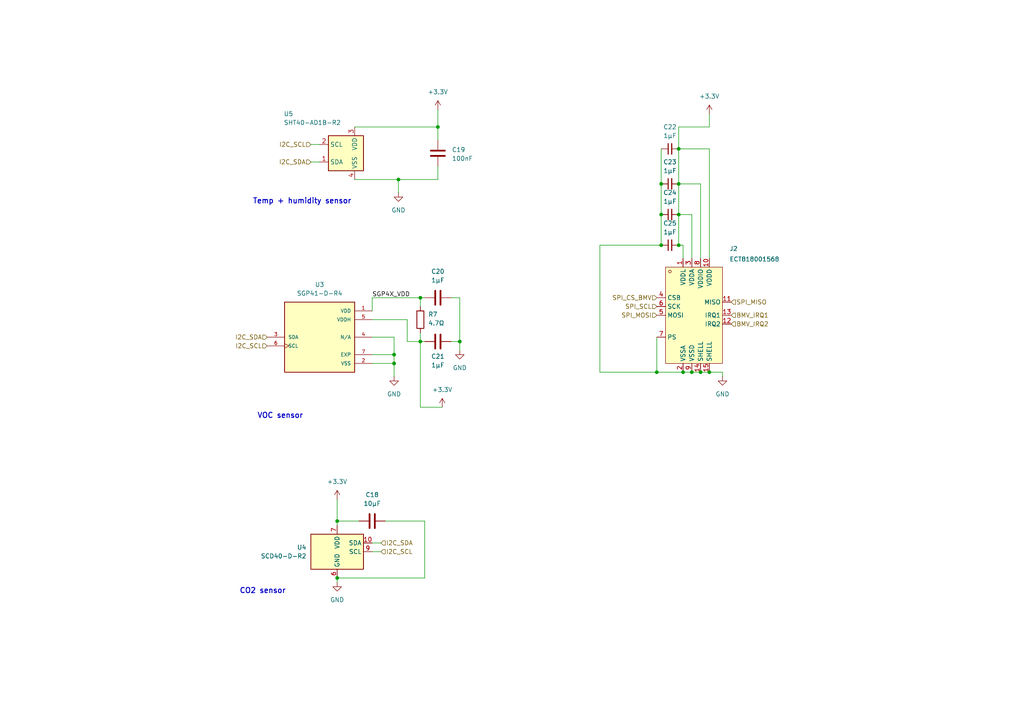
<source format=kicad_sch>
(kicad_sch (version 20231120) (generator "eeschema") (generator_version "8.0")
  (paper "A4")
  (lib_symbols
    (symbol "Babldev:SGP41-D-R4" (pin_names (offset 1.016))
      (property "Reference" "U" (at -10.16 10.922 0))
      (property "Value" "SGP41-D-R4" (at -10.16 -10.922 0))
      (symbol "SGP41-D-R4_0_0"
        (rectangle (start -10.16 -10.16) (end 10.16 10.16) (stroke (width 0.254)) (fill (type background)))
        (pin power_in line (at 15.24 7.62 180) (length 5.08) (name "VDD") (number "1"))
        (pin power_in line (at 15.24 -7.62 180) (length 5.08) (name "VSS") (number "2"))
        (pin bidirectional line (at -15.24 0 0) (length 5.08) (name "SDA") (number "3"))
        (pin passive line (at 15.24 0 180) (length 5.08) (name "N/A") (number "4"))
        (pin power_in line (at 15.24 5.08 180) (length 5.08) (name "VDDH") (number "5"))
        (pin bidirectional clock (at -15.24 -2.54 0) (length 5.08) (name "SCL") (number "6"))
        (pin power_in line (at 15.24 -5.08 180) (length 5.08) (name "EXP") (number "7"))
      )
    )
    (symbol "Device:C" (pin_numbers hide) (pin_names (offset 0.254))
      (property "Reference" "C" (at 0.635 2.54 0))
      (property "Value" "C" (at 0.635 -2.54 0))
      (symbol "C_0_1"
        (polyline (pts (xy -2.032 -0.762) (xy 2.032 -0.762)) (stroke (width 0.508)))
        (polyline (pts (xy -2.032 0.762) (xy 2.032 0.762)) (stroke (width 0.508)))
      )
      (symbol "C_1_1"
        (pin passive line (at 0 3.81 270) (length 2.794) (name "~") (number "1"))
        (pin passive line (at 0 -3.81 90) (length 2.794) (name "~") (number "2"))
      )
    )
    (symbol "Device:C_Small" (pin_numbers hide) (pin_names (offset 0.254) hide)
      (property "Reference" "C" (at 0.254 1.778 0))
      (property "Value" "C_Small" (at 0.254 -2.032 0))
      (symbol "C_Small_0_1"
        (polyline (pts (xy -1.524 -0.508) (xy 1.524 -0.508)) (stroke (width 0.3302)))
        (polyline (pts (xy -1.524 0.508) (xy 1.524 0.508)) (stroke (width 0.3048)))
      )
      (symbol "C_Small_1_1"
        (pin passive line (at 0 2.54 270) (length 2.032) (name "~") (number "1"))
        (pin passive line (at 0 -2.54 90) (length 2.032) (name "~") (number "2"))
      )
    )
    (symbol "Device:R" (pin_numbers hide) (pin_names (offset 0))
      (property "Reference" "R" (at 2.032 0 90))
      (property "Value" "R" (at 0 0 90))
      (symbol "R_0_1"
        (rectangle (start -1.016 -2.54) (end 1.016 2.54) (stroke (width 0.254)))
      )
      (symbol "R_1_1"
        (pin passive line (at 0 3.81 270) (length 1.27) (name "~") (number "1"))
        (pin passive line (at 0 -3.81 90) (length 1.27) (name "~") (number "2"))
      )
    )
    (symbol "EasyEDA2Kicad:ECT818001568"
      (property "Reference" "FPC1" (at 0.254 18.288 0))
      (property "Value" "ECT818001568" (at 9.652 16.256 0))
      (symbol "ECT818001568_0_1"
        (rectangle (start -8.89 13.97) (end 7.62 -13.97) (fill (type background)))
        (circle (center -7.62 12.7) (radius 0.38))
        (pin power_in line (at -3.81 16.51 270) (length 2.54) (name "VDDL") (number "1"))
        (pin power_in line (at 3.81 16.51 270) (length 2.54) (name "VDDD") (number "10"))
        (pin output line (at 10.16 3.81 180) (length 2.54) (name "MISO") (number "11"))
        (pin output line (at 10.16 -2.54 180) (length 2.54) (name "IRQ2") (number "12"))
        (pin output line (at 10.16 0 180) (length 2.54) (name "IRQ1") (number "13"))
        (pin passive line (at 1.27 -16.51 90) (length 2.54) (name "SHELL") (number "14"))
        (pin passive line (at 3.81 -16.51 90) (length 2.54) (name "SHELL") (number "15"))
        (pin power_in line (at -3.81 -16.51 90) (length 2.54) (name "VSSA") (number "2"))
        (pin power_in line (at -1.27 16.51 270) (length 2.54) (name "VDDA") (number "3"))
        (pin input line (at -11.43 5.08 0) (length 2.54) (name "CSB") (number "4"))
        (pin input line (at -11.43 0 0) (length 2.54) (name "MOSI") (number "5"))
        (pin input line (at -11.43 2.54 0) (length 2.54) (name "SCK") (number "6"))
        (pin input line (at -11.43 -6.35 0) (length 2.54) (name "PS") (number "7"))
        (pin power_in line (at 1.27 16.51 270) (length 2.54) (name "VDDIO") (number "8"))
        (pin power_in line (at -1.27 -16.51 90) (length 2.54) (name "VSSD") (number "9"))
      )
    )
    (symbol "Sensor_Gas:SCD40-D-R2"
      (property "Reference" "U" (at -7.62 6.35 0))
      (property "Value" "SCD40-D-R2" (at 6.985 6.35 0))
      (symbol "SCD40-D-R2_0_1"
        (rectangle (start 7.62 5.08) (end -7.62 -5.08) (stroke (width 0.254)) (fill (type background)))
      )
      (symbol "SCD40-D-R2_1_1"
        (pin bidirectional line (at 10.16 2.54 180) (length 2.54) (name "SDA") (number "10"))
        (pin passive line (at 0 7.62 270) (length 2.54) hide (name "VDD") (number "19"))
        (pin passive line (at 0 -7.62 90) (length 2.54) hide (name "GND") (number "20"))
        (pin passive line (at 0 -7.62 90) (length 2.54) hide (name "GND") (number "21"))
        (pin power_in line (at 0 -7.62 90) (length 2.54) (name "GND") (number "6"))
        (pin power_in line (at 0 7.62 270) (length 2.54) (name "VDD") (number "7"))
        (pin input line (at 10.16 0 180) (length 2.54) (name "SCL") (number "9"))
      )
    )
    (symbol "Sensor_Humidity:SHT4x"
      (property "Reference" "U" (at 0 8.89 0))
      (property "Value" "SHT4x" (at 0 6.35 0))
      (symbol "SHT4x_1_1"
        (rectangle (start -5.08 5.08) (end 5.08 -5.08) (stroke (width 0.254)) (fill (type background)))
        (pin bidirectional line (at -7.62 -2.54 0) (length 2.54) (name "SDA") (number "1"))
        (pin input line (at -7.62 2.54 0) (length 2.54) (name "SCL") (number "2"))
        (pin power_in line (at 2.54 7.62 270) (length 2.54) (name "VDD") (number "3"))
        (pin power_in line (at 2.54 -7.62 90) (length 2.54) (name "VSS") (number "4"))
      )
    )
    (symbol "power:+3.3V" (power) (pin_numbers hide) (pin_names (offset 0) hide)
      (property "Value" "+3.3V" (at 0 3.556 0))
      (symbol "+3.3V_0_1"
        (polyline (pts (xy -0.762 1.27) (xy 0 2.54)))
        (polyline (pts (xy 0 0) (xy 0 2.54)))
        (polyline (pts (xy 0 2.54) (xy 0.762 1.27)))
      )
      (symbol "+3.3V_1_1"
        (pin power_in line (at 0 0 90) (length 0) (name "~") (number "1"))
      )
    )
    (symbol "power:GND" (power) (pin_numbers hide) (pin_names (offset 0) hide)
      (property "Value" "GND" (at 0 -3.81 0))
      (symbol "GND_0_1"
        (polyline (pts (xy 0 0) (xy 0 -1.27) (xy 1.27 -1.27) (xy 0 -2.54) (xy -1.27 -1.27) (xy 0 -1.27)))
      )
      (symbol "GND_1_1"
        (pin power_in line (at 0 0 270) (length 0) (name "~") (number "1"))
      )
    )
  )
  (junction (at 115.57 52.07))
  (junction (at 97.79 151.13))
  (junction (at 114.3 102.87))
  (junction (at 196.85 43.18))
  (junction (at 121.92 86.36))
  (junction (at 203.2 107.95))
  (junction (at 196.85 71.12))
  (junction (at 97.79 167.64))
  (junction (at 121.92 99.06))
  (junction (at 191.77 53.34))
  (junction (at 205.74 107.95))
  (junction (at 133.35 99.06))
  (junction (at 198.12 107.95))
  (junction (at 114.3 105.41))
  (junction (at 191.77 62.23))
  (junction (at 200.66 107.95))
  (junction (at 191.77 71.12))
  (junction (at 190.5 107.95))
  (junction (at 196.85 62.23))
  (junction (at 196.85 53.34))
  (junction (at 127 36.83))
  (wire (pts (xy 191.77 43.18) (xy 191.77 53.34)))
  (wire (pts (xy 110.49 157.48) (xy 107.95 157.48)))
  (wire (pts (xy 133.35 99.06) (xy 133.35 101.6)))
  (wire (pts (xy 133.35 86.36) (xy 133.35 99.06)))
  (wire (pts (xy 97.79 151.13) (xy 104.14 151.13)))
  (wire (pts (xy 173.99 107.95) (xy 190.5 107.95)))
  (wire (pts (xy 115.57 52.07) (xy 127 52.07)))
  (wire (pts (xy 191.77 71.12) (xy 173.99 71.12)))
  (wire (pts (xy 97.79 144.78) (xy 97.79 151.13)))
  (wire (pts (xy 107.95 105.41) (xy 114.3 105.41)))
  (wire (pts (xy 203.2 107.95) (xy 205.74 107.95)))
  (wire (pts (xy 111.76 151.13) (xy 123.19 151.13)))
  (wire (pts (xy 205.74 33.02) (xy 205.74 36.83)))
  (wire (pts (xy 114.3 105.41) (xy 114.3 109.22)))
  (wire (pts (xy 107.95 92.71) (xy 118.11 92.71)))
  (wire (pts (xy 123.19 86.36) (xy 121.92 86.36)))
  (wire (pts (xy 196.85 36.83) (xy 205.74 36.83)))
  (wire (pts (xy 203.2 53.34) (xy 203.2 74.93)))
  (wire (pts (xy 205.74 107.95) (xy 209.55 107.95)))
  (wire (pts (xy 200.66 107.95) (xy 203.2 107.95)))
  (wire (pts (xy 121.92 99.06) (xy 121.92 118.11)))
  (wire (pts (xy 127 48.26) (xy 127 52.07)))
  (wire (pts (xy 97.79 168.91) (xy 97.79 167.64)))
  (wire (pts (xy 121.92 96.52) (xy 121.92 99.06)))
  (wire (pts (xy 191.77 53.34) (xy 191.77 62.23)))
  (wire (pts (xy 97.79 151.13) (xy 97.79 152.4)))
  (wire (pts (xy 118.11 99.06) (xy 121.92 99.06)))
  (wire (pts (xy 121.92 86.36) (xy 121.92 88.9)))
  (wire (pts (xy 196.85 43.18) (xy 205.74 43.18)))
  (wire (pts (xy 114.3 97.79) (xy 114.3 102.87)))
  (wire (pts (xy 102.87 36.83) (xy 127 36.83)))
  (wire (pts (xy 130.81 99.06) (xy 133.35 99.06)))
  (wire (pts (xy 190.5 97.79) (xy 190.5 107.95)))
  (wire (pts (xy 90.17 41.91) (xy 92.71 41.91)))
  (wire (pts (xy 196.85 62.23) (xy 196.85 71.12)))
  (wire (pts (xy 107.95 97.79) (xy 114.3 97.79)))
  (wire (pts (xy 205.74 43.18) (xy 205.74 74.93)))
  (wire (pts (xy 196.85 53.34) (xy 203.2 53.34)))
  (wire (pts (xy 123.19 151.13) (xy 123.19 167.64)))
  (wire (pts (xy 107.95 102.87) (xy 114.3 102.87)))
  (wire (pts (xy 196.85 43.18) (xy 196.85 36.83)))
  (wire (pts (xy 107.95 90.17) (xy 107.95 86.36)))
  (wire (pts (xy 127 36.83) (xy 127 40.64)))
  (wire (pts (xy 123.19 99.06) (xy 121.92 99.06)))
  (wire (pts (xy 90.17 46.99) (xy 92.71 46.99)))
  (wire (pts (xy 196.85 71.12) (xy 198.12 71.12)))
  (wire (pts (xy 121.92 118.11) (xy 128.27 118.11)))
  (wire (pts (xy 97.79 167.64) (xy 123.19 167.64)))
  (wire (pts (xy 196.85 43.18) (xy 196.85 53.34)))
  (wire (pts (xy 198.12 107.95) (xy 200.66 107.95)))
  (wire (pts (xy 190.5 107.95) (xy 198.12 107.95)))
  (wire (pts (xy 102.87 52.07) (xy 115.57 52.07)))
  (wire (pts (xy 209.55 107.95) (xy 209.55 109.22)))
  (wire (pts (xy 196.85 53.34) (xy 196.85 62.23)))
  (wire (pts (xy 118.11 99.06) (xy 118.11 92.71)))
  (wire (pts (xy 130.81 86.36) (xy 133.35 86.36)))
  (wire (pts (xy 115.57 55.88) (xy 115.57 52.07)))
  (wire (pts (xy 127 31.75) (xy 127 36.83)))
  (wire (pts (xy 107.95 86.36) (xy 121.92 86.36)))
  (wire (pts (xy 191.77 62.23) (xy 191.77 71.12)))
  (wire (pts (xy 173.99 71.12) (xy 173.99 107.95)))
  (wire (pts (xy 196.85 62.23) (xy 200.66 62.23)))
  (wire (pts (xy 200.66 62.23) (xy 200.66 74.93)))
  (wire (pts (xy 198.12 71.12) (xy 198.12 74.93)))
  (wire (pts (xy 110.49 160.02) (xy 107.95 160.02)))
  (wire (pts (xy 114.3 102.87) (xy 114.3 105.41)))
  (text "VOC sensor" (at 81.28 120.65 0) (effects (font (size 1.524 1.524) (thickness 0.254) (bold yes))))
  (text "Temp + humidity sensor" (at 87.63 58.42 0) (effects (font (size 1.524 1.524) (thickness 0.254) (bold yes))))
  (text "CO2 sensor" (at 76.2 171.45 0) (effects (font (size 1.524 1.524) (thickness 0.254) (bold yes))))
  (label "SGP4X_VDD" (at 107.95 86.36 0))
  (hierarchical_label "I2C_SDA" (shape input) (at 77.47 97.79 180))
  (hierarchical_label "SPI_SCL" (shape input) (at 190.5 88.9 180))
  (hierarchical_label "SPI_CS_BMV" (shape input) (at 190.5 86.36 180))
  (hierarchical_label "I2C_SCL" (shape input) (at 77.47 100.33 180))
  (hierarchical_label "I2C_SCL" (shape input) (at 110.49 160.02 0))
  (hierarchical_label "I2C_SCL" (shape input) (at 90.17 41.91 180))
  (hierarchical_label "BMV_IRQ1" (shape input) (at 212.09 91.44 0))
  (hierarchical_label "I2C_SDA" (shape input) (at 90.17 46.99 180))
  (hierarchical_label "SPI_MISO" (shape input) (at 212.09 87.63 0))
  (hierarchical_label "SPI_MOSI" (shape input) (at 190.5 91.44 180))
  (hierarchical_label "BMV_IRQ2" (shape input) (at 212.09 93.98 0))
  (hierarchical_label "I2C_SDA" (shape input) (at 110.49 157.48 0))
  (symbol (lib_id "Device:C") (at 107.95 151.13 90) (unit 1)
    (property "Reference" "C18" (at 107.95 143.51 90))
    (property "Value" "10µF" (at 107.95 146.05 90))
    (property "Footprint" "Capacitor_SMD:C_0603_1608Metric" (effects (hide yes)))
    (property "Description" "Unpolarized capacitor" (effects (hide yes)))
    (property "JLCPCB Part #" "C96446" (effects (hide yes)))
  )
  (symbol (lib_id "Sensor_Humidity:SHT4x") (at 100.33 44.45 0) (unit 1)
    (property "Reference" "U5" (at 82.296 33.02 0) (effects (justify left)))
    (property "Value" "SHT40-AD1B-R2" (at 82.296 35.56 0) (effects (justify left)))
    (property "Footprint" "Sensor_Humidity:Sensirion_DFN-4_1.5x1.5mm_P0.8mm_SHT4x_NoCentralPad" (effects (hide yes)))
    (property "Datasheet" "https://sensirion.com/media/documents/33FD6951/624C4357/Datasheet_SHT4x.pdf" (effects (hide yes)))
    (property "Description" "Digital Humidity and Temperature Sensor, +/-1%RH, +/-0.1degC, I2C, 1.08-3.6V, 16bit, DFN-4" (effects (hide yes)))
    (property "JLCPCB Part #" "C2909890" (effects (hide yes)))
    (property "I2C Address" "0x44" (effects (hide yes)))
  )
  (symbol (lib_id "power:+3.3V") (at 97.79 144.78 0) (unit 1)
    (property "Reference" "#PWR026" (effects (hide yes)))
    (property "Value" "+3.3V" (at 97.79 139.7 0))
    (property "Description" "Power symbol creates a global label with name \"+3.3V\"" (effects (hide yes)))
  )
  (symbol (lib_id "Device:C_Small") (at 194.31 62.23 90) (unit 1)
    (property "Reference" "C24" (at 194.3163 55.88 90))
    (property "Value" "1µF" (at 194.3163 58.42 90))
    (property "Footprint" "Capacitor_SMD:C_0402_1005Metric" (effects (hide yes)))
    (property "Description" "Unpolarized capacitor, small symbol" (effects (hide yes)))
    (property "JLCPCB Part #" "C52923" (effects (hide yes)))
  )
  (symbol (lib_id "Device:C") (at 127 44.45 180) (unit 1)
    (property "Reference" "C19" (at 131.064 43.434 0) (effects (justify right)))
    (property "Value" "100nF" (at 131.064 45.974 0) (effects (justify right)))
    (property "Footprint" "Capacitor_SMD:C_0402_1005Metric" (effects (hide yes)))
    (property "Description" "Unpolarized capacitor" (effects (hide yes)))
    (property "JLCPCB Part #" "C1525" (effects (hide yes)))
  )
  (symbol (lib_id "power:+3.3V") (at 205.74 33.02 0) (unit 1)
    (property "Reference" "#PWR033" (effects (hide yes)))
    (property "Value" "+3.3V" (at 205.74 27.94 0))
    (property "Description" "Power symbol creates a global label with name \"+3.3V\"" (effects (hide yes)))
  )
  (symbol (lib_id "power:GND") (at 114.3 109.22 0) (unit 1)
    (property "Reference" "#PWR028" (effects (hide yes)))
    (property "Value" "GND" (at 114.3 114.3 0))
    (property "Description" "Power symbol creates a global label with name \"GND\" , ground" (effects (hide yes)))
  )
  (symbol (lib_id "power:+3.3V") (at 127 31.75 0) (unit 1)
    (property "Reference" "#PWR030" (effects (hide yes)))
    (property "Value" "+3.3V" (at 127 26.67 0))
    (property "Description" "Power symbol creates a global label with name \"+3.3V\"" (effects (hide yes)))
  )
  (symbol (lib_id "power:+3.3V") (at 128.27 118.11 0) (unit 1)
    (property "Reference" "#PWR031" (effects (hide yes)))
    (property "Value" "+3.3V" (at 128.27 113.03 0))
    (property "Description" "Power symbol creates a global label with name \"+3.3V\"" (effects (hide yes)))
  )
  (symbol (lib_id "EasyEDA2Kicad:ECT818001568") (at 201.93 91.44 0) (unit 1)
    (property "Reference" "J2" (at 211.582 72.136 0) (effects (justify left)))
    (property "Value" "ECT818001568" (at 211.582 75.184 0) (effects (justify left)))
    (property "Footprint" "EasyEDA2Kicad:FPC-SMD_ECT818001568" (effects (hide yes)))
    (property "Datasheet" "https://lcsc.com/product-detail/FFC-FPC-Connectors_ECT-ECT818001568_C711417.html" (effects (hide yes)))
    (property "LCSC Part" "C711417" (effects (hide yes)))
    (property "JLCPCB Part #" "C711417" (effects (hide yes)))
  )
  (symbol (lib_id "Device:C") (at 127 86.36 90) (unit 1)
    (property "Reference" "C20" (at 127 78.74 90))
    (property "Value" "1µF" (at 127 81.28 90))
    (property "Footprint" "Capacitor_SMD:C_0402_1005Metric" (effects (hide yes)))
    (property "Description" "Unpolarized capacitor" (effects (hide yes)))
    (property "JLCPCB Part #" "C52923" (effects (hide yes)))
  )
  (symbol (lib_id "Device:C_Small") (at 194.31 71.12 90) (unit 1)
    (property "Reference" "C25" (at 194.3163 64.77 90))
    (property "Value" "1µF" (at 194.3163 67.31 90))
    (property "Footprint" "Capacitor_SMD:C_0402_1005Metric" (effects (hide yes)))
    (property "Description" "Unpolarized capacitor, small symbol" (effects (hide yes)))
    (property "JLCPCB Part #" "C52923" (effects (hide yes)))
  )
  (symbol (lib_id "Babldev:SGP41-D-R4") (at 92.71 97.79 0) (unit 1)
    (property "Reference" "U3" (at 92.71 82.55 0))
    (property "Value" "SGP41-D-R4" (at 92.71 85.09 0))
    (property "Footprint" "Babldev:XDCR_SGP41-D-R4" (effects (hide yes)))
    (property "PARTREV" "1.0" (effects (hide yes)))
    (property "STANDARD" "Manufacturer Recommendations" (effects (hide yes)))
    (property "MAXIMUM_PACKAGE_HEIGHT" "0.95 mm" (effects (hide yes)))
    (property "MANUFACTURER" "Sensirion" (effects (hide yes)))
    (property "JLCPCB Part #" "C3659325" (effects (hide yes)))
    (property "I2C Address" "0x59" (effects (hide yes)))
  )
  (symbol (lib_id "Sensor_Gas:SCD40-D-R2") (at 97.79 160.02 0) (unit 1)
    (property "Reference" "U4" (at 88.9 158.7499 0) (effects (justify right)))
    (property "Value" "SCD40-D-R2" (at 88.9 161.2899 0) (effects (justify right)))
    (property "Footprint" "Sensor:Sensirion_SCD4x-1EP_10.1x10.1mm_P1.25mm_EP4.8x4.8mm" (effects (hide yes)))
    (property "Datasheet" "https://sensirion.com/media/documents/E0F04247/631EF271/CD_DS_SCD40_SCD41_Datasheet_D1.pdf" (effects (hide yes)))
    (property "Description" "Photoacoustic CO2 sensor, 40 000 ppm, I2C, 2.4-5.5 V, Base accuracy  400 - 2000 ppm" (effects (hide yes)))
    (property "JLCPCB Part #" "C3659421" (effects (hide yes)))
    (property "I2C Address" "0x62" (effects (hide yes)))
  )
  (symbol (lib_id "Device:C_Small") (at 194.31 53.34 90) (unit 1)
    (property "Reference" "C23" (at 194.3163 46.99 90))
    (property "Value" "1µF" (at 194.3163 49.53 90))
    (property "Footprint" "Capacitor_SMD:C_0402_1005Metric" (effects (hide yes)))
    (property "Description" "Unpolarized capacitor, small symbol" (effects (hide yes)))
    (property "JLCPCB Part #" "C52923" (effects (hide yes)))
  )
  (symbol (lib_id "power:GND") (at 97.79 168.91 0) (unit 1)
    (property "Reference" "#PWR027" (effects (hide yes)))
    (property "Value" "GND" (at 97.79 173.99 0))
    (property "Description" "Power symbol creates a global label with name \"GND\" , ground" (effects (hide yes)))
  )
  (symbol (lib_id "power:GND") (at 133.35 101.6 0) (unit 1)
    (property "Reference" "#PWR032" (effects (hide yes)))
    (property "Value" "GND" (at 133.35 106.68 0))
    (property "Description" "Power symbol creates a global label with name \"GND\" , ground" (effects (hide yes)))
  )
  (symbol (lib_id "Device:C_Small") (at 194.31 43.18 90) (unit 1)
    (property "Reference" "C22" (at 194.3163 36.83 90))
    (property "Value" "1µF" (at 194.3163 39.37 90))
    (property "Footprint" "Capacitor_SMD:C_0402_1005Metric" (effects (hide yes)))
    (property "Description" "Unpolarized capacitor, small symbol" (effects (hide yes)))
    (property "JLCPCB Part #" "C52923" (effects (hide yes)))
  )
  (symbol (lib_id "power:GND") (at 209.55 109.22 0) (unit 1)
    (property "Reference" "#PWR034" (effects (hide yes)))
    (property "Value" "GND" (at 209.55 114.3 0))
    (property "Description" "Power symbol creates a global label with name \"GND\" , ground" (effects (hide yes)))
  )
  (symbol (lib_id "Device:R") (at 121.92 92.71 180) (unit 1)
    (property "Reference" "R7" (at 124.206 91.186 0) (effects (justify right)))
    (property "Value" "4.7Ω" (at 124.206 93.726 0) (effects (justify right)))
    (property "Footprint" "Resistor_SMD:R_0603_1608Metric" (effects (hide yes)))
    (property "Description" "Resistor" (effects (hide yes)))
    (property "JLCPCB Part #" "C23164" (effects (hide yes)))
  )
  (symbol (lib_id "Device:C") (at 127 99.06 90) (unit 1)
    (property "Reference" "C21" (at 127 103.378 90))
    (property "Value" "1µF" (at 127 105.918 90))
    (property "Footprint" "Capacitor_SMD:C_0402_1005Metric" (effects (hide yes)))
    (property "Description" "Unpolarized capacitor" (effects (hide yes)))
    (property "JLCPCB Part #" "C52923" (effects (hide yes)))
  )
  (symbol (lib_id "power:GND") (at 115.57 55.88 0) (unit 1)
    (property "Reference" "#PWR029" (effects (hide yes)))
    (property "Value" "GND" (at 115.57 60.96 0))
    (property "Description" "Power symbol creates a global label with name \"GND\" , ground" (effects (hide yes)))
  )
)
</source>
